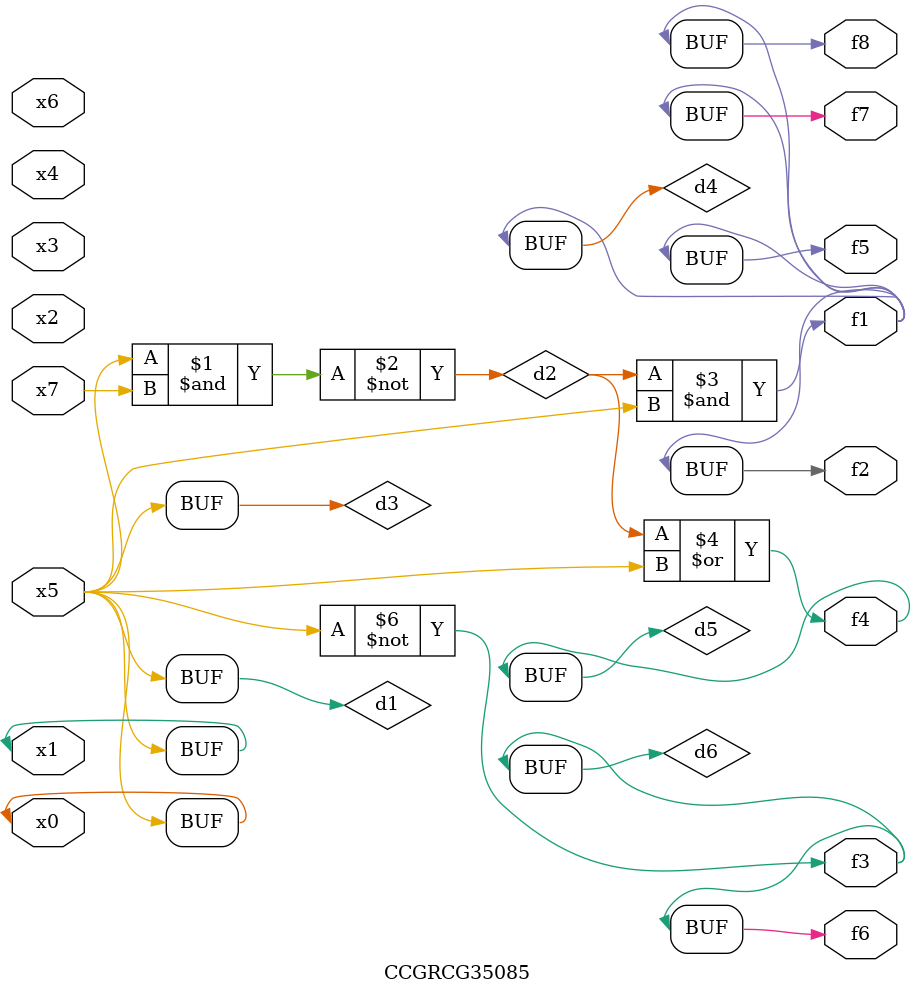
<source format=v>
module CCGRCG35085(
	input x0, x1, x2, x3, x4, x5, x6, x7,
	output f1, f2, f3, f4, f5, f6, f7, f8
);

	wire d1, d2, d3, d4, d5, d6;

	buf (d1, x0, x5);
	nand (d2, x5, x7);
	buf (d3, x0, x1);
	and (d4, d2, d3);
	or (d5, d2, d3);
	nor (d6, d1, d3);
	assign f1 = d4;
	assign f2 = d4;
	assign f3 = d6;
	assign f4 = d5;
	assign f5 = d4;
	assign f6 = d6;
	assign f7 = d4;
	assign f8 = d4;
endmodule

</source>
